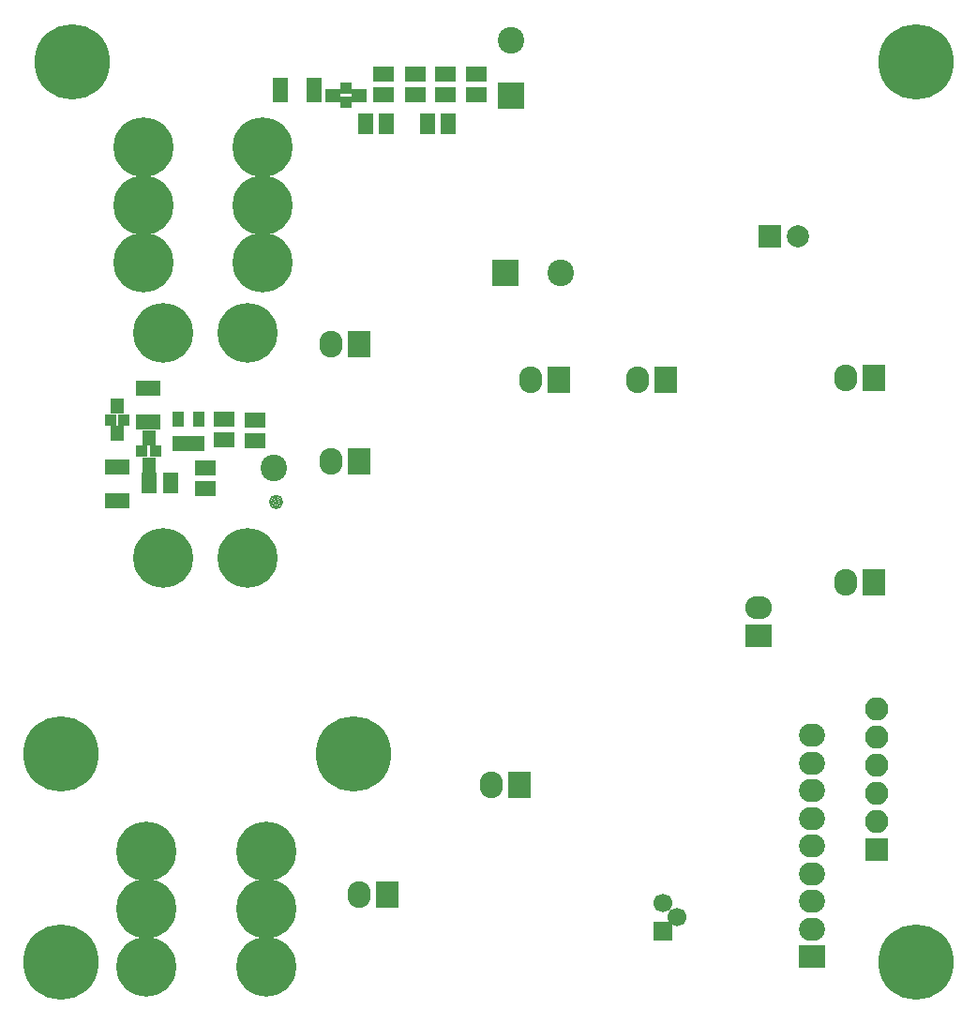
<source format=gbr>
G04 #@! TF.GenerationSoftware,KiCad,Pcbnew,(5.0.0-rc2-dev-378-g94dbcc719)*
G04 #@! TF.CreationDate,2018-04-09T20:17:52+02:00*
G04 #@! TF.ProjectId,sekvencer_v0.01,73656B76656E6365725F76302E30312E,rev?*
G04 #@! TF.SameCoordinates,Original*
G04 #@! TF.FileFunction,Soldermask,Bot*
G04 #@! TF.FilePolarity,Negative*
%FSLAX46Y46*%
G04 Gerber Fmt 4.6, Leading zero omitted, Abs format (unit mm)*
G04 Created by KiCad (PCBNEW (5.0.0-rc2-dev-378-g94dbcc719)) date 04/09/18 20:17:52*
%MOMM*%
%LPD*%
G01*
G04 APERTURE LIST*
%ADD10C,0.200000*%
%ADD11C,2.400000*%
%ADD12R,2.200000X1.470000*%
%ADD13R,1.200000X1.370000*%
%ADD14R,1.050000X1.000000*%
%ADD15R,1.370000X1.200000*%
%ADD16R,1.000000X1.050000*%
%ADD17R,1.900000X1.370000*%
%ADD18R,1.050000X1.460000*%
%ADD19C,6.800000*%
%ADD20C,1.200000*%
%ADD21R,2.350000X2.100000*%
%ADD22O,2.350000X2.100000*%
%ADD23R,2.100000X2.400000*%
%ADD24O,2.100000X2.400000*%
%ADD25C,1.700000*%
%ADD26R,1.700000X1.700000*%
%ADD27R,1.470000X2.200000*%
%ADD28R,2.400000X2.400000*%
%ADD29R,2.400000X2.100000*%
%ADD30O,2.400000X2.100000*%
%ADD31R,2.100000X2.100000*%
%ADD32O,2.100000X2.100000*%
%ADD33R,1.370000X1.900000*%
%ADD34C,5.400000*%
%ADD35R,2.000000X2.000000*%
%ADD36C,2.000000*%
G04 APERTURE END LIST*
D10*
X171386500Y-93091000D02*
G75*
G03X171386500Y-93091000I-571500J0D01*
G01*
X170878500Y-93091000D02*
G75*
G03X170878500Y-93091000I-63500J0D01*
G01*
X171015805Y-93091000D02*
G75*
G03X171015805Y-93091000I-200805J0D01*
G01*
X171201255Y-93091000D02*
G75*
G03X171201255Y-93091000I-386255J0D01*
G01*
D11*
X170624500Y-89979500D03*
D12*
X159258000Y-82823000D03*
X159258000Y-85833000D03*
D13*
X159321500Y-89719000D03*
X159321500Y-87319000D03*
D14*
X159946500Y-88519000D03*
X158696500Y-88519000D03*
D13*
X156464000Y-84468000D03*
X156464000Y-86868000D03*
D14*
X155839000Y-85668000D03*
X157089000Y-85668000D03*
D15*
X175908000Y-56388000D03*
X178308000Y-56388000D03*
D16*
X177108000Y-57013000D03*
X177108000Y-55763000D03*
D17*
X164401500Y-91887000D03*
X164401500Y-89977000D03*
D18*
X163858420Y-85636044D03*
X161958420Y-85636044D03*
X161958420Y-87836044D03*
X162908420Y-87836044D03*
X163858420Y-87836044D03*
D12*
X156464000Y-92945000D03*
X156464000Y-89935000D03*
D19*
X151384000Y-134620000D03*
D20*
X153784000Y-134620000D03*
X153081056Y-136317056D03*
X151384000Y-137020000D03*
X149686944Y-136317056D03*
X148984000Y-134620000D03*
X149686944Y-132922944D03*
X151384000Y-132220000D03*
X153081056Y-132922944D03*
D19*
X152400000Y-53340000D03*
D20*
X152400000Y-55740000D03*
X150702944Y-55037056D03*
X150000000Y-53340000D03*
X150702944Y-51642944D03*
X152400000Y-50940000D03*
X154097056Y-51642944D03*
X154800000Y-53340000D03*
X154097056Y-55037056D03*
X230297056Y-51642944D03*
X228600000Y-50940000D03*
X226902944Y-51642944D03*
X226200000Y-53340000D03*
X226902944Y-55037056D03*
X228600000Y-55740000D03*
X230297056Y-55037056D03*
X231000000Y-53340000D03*
D19*
X228600000Y-53340000D03*
X228600000Y-134620000D03*
D20*
X231000000Y-134620000D03*
X230297056Y-136317056D03*
X228600000Y-137020000D03*
X226902944Y-136317056D03*
X226200000Y-134620000D03*
X226902944Y-132922944D03*
X228600000Y-132220000D03*
X230297056Y-132922944D03*
D19*
X177800000Y-115824000D03*
D20*
X180200000Y-115824000D03*
X179497056Y-117521056D03*
X177800000Y-118224000D03*
X176102944Y-117521056D03*
X175400000Y-115824000D03*
X176102944Y-114126944D03*
X177800000Y-113424000D03*
X179497056Y-114126944D03*
D19*
X151384000Y-115824000D03*
D20*
X153784000Y-115824000D03*
X153081056Y-117521056D03*
X151384000Y-118224000D03*
X149686944Y-117521056D03*
X148984000Y-115824000D03*
X149686944Y-114126944D03*
X151384000Y-113424000D03*
X153081056Y-114126944D03*
D21*
X219202000Y-134166000D03*
D22*
X219202000Y-131666000D03*
X219202000Y-129166000D03*
X219202000Y-126666000D03*
X219202000Y-124166000D03*
X219202000Y-121666000D03*
X219202000Y-119166000D03*
X219202000Y-116666000D03*
X219202000Y-114166000D03*
D23*
X180848000Y-128524000D03*
D24*
X178348000Y-128524000D03*
D25*
X207010000Y-130556000D03*
X205740000Y-129286000D03*
D26*
X205740000Y-131826000D03*
D17*
X180479700Y-56327000D03*
X180479700Y-54417000D03*
D27*
X174225000Y-55880000D03*
X171215000Y-55880000D03*
D11*
X192024000Y-51388000D03*
D28*
X192024000Y-56388000D03*
X191516000Y-72390000D03*
D11*
X196516000Y-72390000D03*
D24*
X222290000Y-100330000D03*
D23*
X224790000Y-100330000D03*
D29*
X214376000Y-105156000D03*
D30*
X214376000Y-102656000D03*
D23*
X178308000Y-89408000D03*
D24*
X175808000Y-89408000D03*
X222290000Y-81915000D03*
D23*
X224790000Y-81915000D03*
D31*
X225044000Y-124460000D03*
D32*
X225044000Y-121920000D03*
X225044000Y-119380000D03*
X225044000Y-116840000D03*
X225044000Y-114300000D03*
X225044000Y-111760000D03*
D17*
X183388000Y-56327000D03*
X183388000Y-54417000D03*
X186118500Y-54417000D03*
X186118500Y-56327000D03*
X188912500Y-56327000D03*
X188912500Y-54417000D03*
X168910000Y-87569000D03*
X168910000Y-85659000D03*
X166116000Y-87498494D03*
X166116000Y-85588494D03*
D23*
X178308000Y-78867000D03*
D24*
X175808000Y-78867000D03*
X203494000Y-82042000D03*
D23*
X205994000Y-82042000D03*
X196342000Y-82042000D03*
D24*
X193842000Y-82042000D03*
D23*
X192786000Y-118618000D03*
D24*
X190286000Y-118618000D03*
D33*
X159382500Y-91376500D03*
X161292500Y-91376500D03*
X184465000Y-58928000D03*
X186375000Y-58928000D03*
X180787000Y-58928000D03*
X178877000Y-58928000D03*
D34*
X160589450Y-77859198D03*
X160589450Y-98179198D03*
X168209450Y-98179198D03*
X168209450Y-77859198D03*
X158814450Y-66297198D03*
X169614450Y-66297198D03*
X169614450Y-61087198D03*
X169614450Y-71497198D03*
X158814450Y-61087198D03*
X158814450Y-71497198D03*
X159126000Y-135044800D03*
X159126000Y-124634800D03*
X169926000Y-135044800D03*
X169926000Y-124634800D03*
X169926000Y-129844800D03*
X159126000Y-129844800D03*
D35*
X215392000Y-69088000D03*
D36*
X217892000Y-69088000D03*
M02*

</source>
